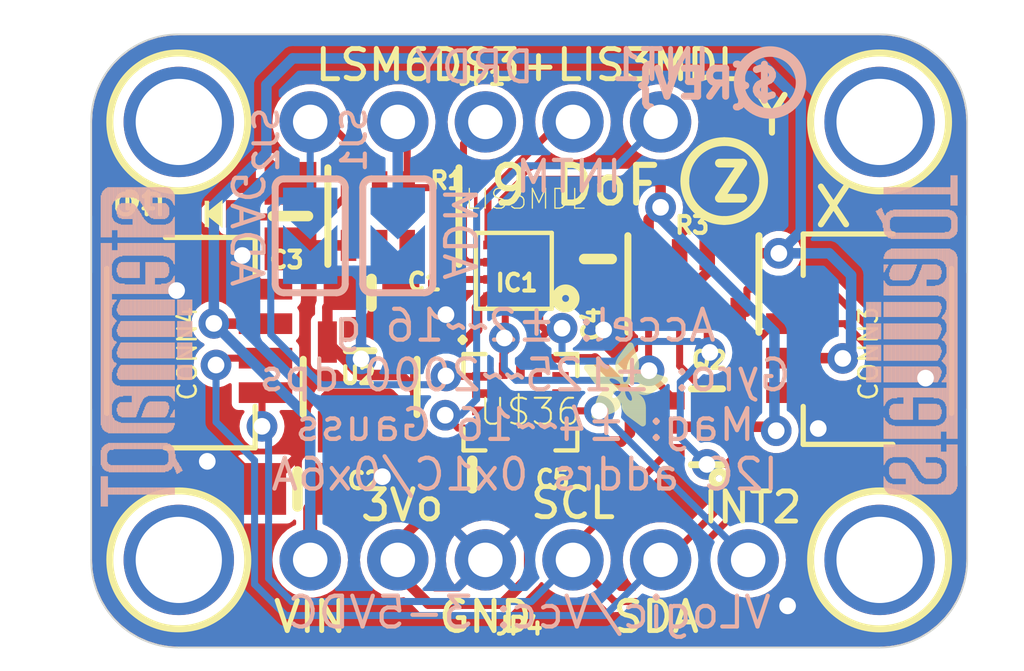
<source format=kicad_pcb>
(kicad_pcb (version 20221018) (generator pcbnew)
  (layers (0 "F.Cu" signal) (31 "B.Cu" signal) (34 "B.Paste" user) (35 "F.Paste" user) (36 "B.SilkS" user "B.Silkscreen") (37 "F.SilkS" user "F.Silkscreen") (38 "B.Mask" user) (39 "F.Mask" user) (44 "Edge.Cuts" user))
  (net 0 "")
  (net 1 "GND")
  (net 2 "3.3V")
  (net 3 "VCC")
  (net 4 "N$1")
  (net 5 "SDA_3V")
  (net 6 "SCL_3V")
  (net 7 "SCL")
  (net 8 "SDA")
  (net 9 "INTM")
  (net 10 "DRDY")
  (net 11 "CAP")
  (net 12 "INT1")
  (net 13 "ADM")
  (net 14 "ADAG")
  (net 15 "INT2")
  (footprint "working:0603-NO" (layer "F.Cu") (at 150.495 102.6287 -90)
    (fp_text reference "C4")
    (fp_text value "0.1uF")
  )
  (footprint "working:1X05_ROUND_70" (layer "F.Cu") (at 147.2311 98.6536)
    (fp_text reference "JP1")
    (fp_text value "")
  )
  (footprint "working:CHIPLED_0603_NOOUTLINE" (layer "F.Cu") (at 139.3571 101.3206 90)
    (fp_text reference "D1")
    (fp_text value "GREEN")
  )
  (footprint "working:0603-NO" (layer "F.Cu") (at 146.8501 108.8771)
    (fp_text reference "C5")
    (fp_text value "1uF")
  )
  (footprint "working:SOT23-5" (layer "F.Cu") (at 143.5989 106.3371)
    (fp_text reference "U2")
    (fp_text value "AP2112K-3.3")
  )
  (footprint "working:RESPACK_4X0603" (layer "F.Cu") (at 153.2636 103.3526 180)
    (fp_text reference "R3")
    (fp_text value "10K")
  )
  (footprint "working:FIDUCIAL_1MM" (layer "F.Cu") (at 160.0581 104.013)
    (fp_text reference "FID4" hide)
    (fp_text value "FIDUCIAL_1MM" hide)
  )
  (footprint "working:SOT363" (layer "F.Cu") (at 153.6573 107.4928 90)
    (fp_text reference "Q2")
    (fp_text value "BSS138")
  )
  (footprint "working:JST_SH4" (layer "F.Cu") (at 138.3411 105.0036 -90)
    (fp_text reference "CONN4")
    (fp_text value "STEMMA_I2C_QT" hide)
  )
  (footprint "working:LGA-14L" (layer "F.Cu") (at 148.2471 106.7816)
    (fp_text reference "U$36")
    (fp_text value "LSM6DS3")
  )
  (footprint "working:LGA12_2X2MM" (layer "F.Cu") (at 148.0566 102.9716 180)
    (fp_text reference "IC1")
    (fp_text value "LIS3MDL")
  )
  (footprint "working:0805-NO" (layer "F.Cu") (at 141.5796 101.3841 90)
    (fp_text reference "C3")
    (fp_text value "10uF")
  )
  (footprint "working:MOUNTINGHOLE_2.5_PLATED" (layer "F.Cu") (at 158.6611 98.6536)
    (fp_text reference "U$17" hide)
    (fp_text value "MOUNTINGHOLE2.5" hide)
  )
  (footprint "working:MOUNTINGHOLE_2.5_PLATED" (layer "F.Cu") (at 138.3411 111.3536)
    (fp_text reference "U$19" hide)
    (fp_text value "MOUNTINGHOLE2.5" hide)
  )
  (footprint "working:ADAFRUIT_2.5MM" (layer "F.Cu") (at 150.0886 107.4801)
    (fp_text reference "U$20" hide)
    (fp_text value "" hide)
  )
  (footprint "working:1X06_ROUND_70" (layer "F.Cu") (at 148.5011 111.3536)
    (fp_text reference "JP4")
    (fp_text value "")
  )
  (footprint "working:0805-NO" (layer "F.Cu") (at 141.7828 109.2962 180)
    (fp_text reference "C2")
    (fp_text value "10uF")
  )
  (footprint "working:0603-NO" (layer "F.Cu") (at 143.9291 103.6066)
    (fp_text reference "C1")
    (fp_text value "0.1uF")
  )
  (footprint "working:MOUNTINGHOLE_2.5_PLATED" (layer "F.Cu") (at 138.3411 98.6536)
    (fp_text reference "U$1" hide)
    (fp_text value "MOUNTINGHOLE2.5" hide)
  )
  (footprint "working:MOUNTINGHOLE_2.5_PLATED" (layer "F.Cu") (at 158.6611 111.3536)
    (fp_text reference "U$21" hide)
    (fp_text value "MOUNTINGHOLE2.5" hide)
  )
  (footprint "working:JST_SH4" (layer "F.Cu") (at 158.6611 105.0036 90)
    (fp_text reference "CONN3")
    (fp_text value "STEMMA_I2C_QT" hide)
  )
  (footprint "working:FIDUCIAL_1MM" (layer "F.Cu") (at 137.4521 105.0036)
    (fp_text reference "FID3" hide)
    (fp_text value "FIDUCIAL_1MM" hide)
  )
  (footprint "working:RESPACK_4X0603" (layer "F.Cu") (at 144.5641 101.3841)
    (fp_text reference "R1")
    (fp_text value "10K")
  )
  (footprint "working:SOLDERJUMPER_ARROW_NOPASTE" (layer "B.Cu") (at 142.1511 101.9556 -90)
    (fp_text reference "SJ2")
    (fp_text value "")
  )
  (footprint "working:PCBFEAT-REV-040" (layer "B.Cu") (at 155.4861 97.5106 180)
    (fp_text reference "U$25" hide)
    (fp_text value "" hide)
  )
  (footprint "working:SOLDERJUMPER_ARROW_NOPASTE" (layer "B.Cu") (at 144.6911 101.9556 -90)
    (fp_text reference "SJ1")
    (fp_text value "")
  )
  (footprint "working:STEMMAQT" (layer "B.Cu") (at 138.7221 100.5586 -90)
    (fp_text reference "U$31" hide)
    (fp_text value "" hide)
  )
  (footprint "working:STEMMAQT" (layer "B.Cu") (at 158.2801 109.4486 90)
    (fp_text reference "U$30" hide)
    (fp_text value "" hide)
  )
  (gr_arc (start 154.1566 101.5121) (mid 153.348377 101.177323) (end 153.0136 100.3691) (stroke (width 0.254)) (layer "F.SilkS"))
  (gr_arc (start 154.1566 99.2261) (mid 154.970688 99.555014) (end 155.2996 100.369102) (stroke (width 0.254)) (layer "F.SilkS"))
  (gr_arc (start 155.2996 100.3691) (mid 154.964823 101.177323) (end 154.1566 101.5121) (stroke (width 0.254)) (layer "F.SilkS"))
  (gr_arc (start 153.0136 100.3691) (mid 153.348377 99.560877) (end 154.1566 99.2261) (stroke (width 0.254)) (layer "F.SilkS"))
  (gr_line (start 158.6611 96.1136) (end 138.3411 96.1136) (stroke (width 0.05)) (layer "Edge.Cuts"))
  (gr_arc (start 135.8011 98.6536) (mid 136.545049 96.857549) (end 138.3411 96.1136) (stroke (width 0.05)) (layer "Edge.Cuts"))
  (gr_line (start 161.2011 111.3536) (end 161.2011 98.6536) (stroke (width 0.05)) (layer "Edge.Cuts"))
  (gr_arc (start 138.3411 113.8936) (mid 136.545049 113.149651) (end 135.8011 111.3536) (stroke (width 0.05)) (layer "Edge.Cuts"))
  (gr_line (start 135.8011 98.6536) (end 135.8011 111.3536) (stroke (width 0.05)) (layer "Edge.Cuts"))
  (gr_line (start 138.3411 113.8936) (end 158.6611 113.8936) (stroke (width 0.05)) (layer "Edge.Cuts"))
  (gr_arc (start 158.6611 96.1136) (mid 160.457151 96.857549) (end 161.2011 98.6536) (stroke (width 0.05)) (layer "Edge.Cuts"))
  (gr_arc (start 161.2011 111.3536) (mid 160.457151 113.149651) (end 158.6611 113.8936) (stroke (width 0.05)) (layer "Edge.Cuts"))
  (gr_text "VLogic/Vcc: 3-5VDC" (at 148.5011 112.8776) (layer "B.SilkS") (effects (font (size 0.89408 0.89408) (thickness 0.12192)) (justify mirror)))
  (gr_text "INTM" (at 149.6441 100.2411) (layer "B.SilkS") (effects (font (size 0.89408 0.89408) (thickness 0.12192)) (justify mirror)))
  (gr_text "ADM" (at 146.4691 101.8921 -90) (layer "B.SilkS") (effects (font (size 0.89408 0.89408) (thickness 0.12192)) (justify mirror)))
  (gr_text "Accel: ±2~~16 g\nGyro: ±125~~2000 dps\nMag: ±4~~16 Gauss\nI2C addrs 0x1C/0x6A" (at 148.3741 106.7181) (layer "B.SilkS") (effects (font (size 0.89408 0.89408) (thickness 0.12192)) (justify mirror)))
  (gr_text "INT1" (at 152.3111 97.0026) (layer "B.SilkS") (effects (font (size 0.87376 0.87376) (thickness 0.14224)) (justify mirror)))
  (gr_text "ADAG" (at 140.3096 101.7651 -90) (layer "B.SilkS") (effects (font (size 0.89408 0.89408) (thickness 0.12192)) (justify mirror)))
  (gr_text "DRDY" (at 146.9136 97.0661) (layer "B.SilkS") (effects (font (size 0.89408 0.89408) (thickness 0.12192)) (justify mirror)))
  (gr_text "INT2" (at 154.9781 109.8296) (layer "F.SilkS") (effects (font (size 0.87376 0.87376) (thickness 0.14224))))
  (gr_text "GND" (at 147.2311 113.0046) (layer "F.SilkS") (effects (font (size 0.87376 0.87376) (thickness 0.14224))))
  (gr_text "Y" (at 156.1251 97.8291) (layer "F.SilkS") (effects (font (size 1.0922 1.0922) (thickness 0.1778)) (justify right top)))
  (gr_text "Z" (at 153.7041 101.0021) (layer "F.SilkS") (effects (font (size 1.016 1.016) (thickness 0.254)) (justify left bottom)))
  (gr_text "9 DoF" (at 149.8346 100.4951) (layer "F.SilkS") (effects (font (size 1.0922 1.0922) (thickness 0.1778))))
  (gr_text "on" (at 136.3091 101.4476) (layer "F.SilkS") (effects (font (size 0.89408 0.89408) (thickness 0.12192)) (justify left bottom)))
  (gr_text "X" (at 156.6886 101.7641) (layer "F.SilkS") (effects (font (size 1.0922 1.0922) (thickness 0.1778)) (justify left bottom)))
  (gr_text "3Vo" (at 144.8181 109.7661) (layer "F.SilkS") (effects (font (size 0.87376 0.87376) (thickness 0.14224))))
  (gr_text "SCL" (at 149.7711 109.7026) (layer "F.SilkS") (effects (font (size 0.87376 0.87376) (thickness 0.14224))))
  (gr_text "SDA" (at 152.1841 113.0046) (layer "F.SilkS") (effects (font (size 0.87376 0.87376) (thickness 0.14224))))
  (gr_text "VIN" (at 142.1511 113.0046) (layer "F.SilkS") (effects (font (size 0.87376 0.87376) (thickness 0.14224))))
  (gr_text "LSM6DS3+LIS3MDL" (at 148.5011 97.0026) (layer "F.SilkS") (effects (font (size 0.87376 0.87376) (thickness 0.14224))))
  (segment (start 144.9641 102.2341) (end 144.9641 103.6066) (width 0.2032) (layer "F.Cu") (net 1))
  (segment (start 143.6576 108.9406) (end 144.2466 108.9406) (width 0.2032) (layer "F.Cu") (net 1))
  (segment (start 139.627181 100.4341) (end 141.5796 100.4341) (width 0.3048) (layer "F.Cu") (net 1))
  (segment (start 139.239281 100.822) (end 139.627181 100.4341) (width 0.3048) (layer "F.Cu") (net 1))
  (segment (start 138.6071 101.3206) (end 139.1057 100.822) (width 0.3048) (layer "F.Cu") (net 1))
  (segment (start 144.9641 103.6066) (end 144.7791 103.6066) (width 0.2032) (layer "F.Cu") (net 1))
  (segment (start 143.5989 107.6372) (end 143.5989 108.2414) (width 0.2032) (layer "F.Cu") (net 1))
  (segment (start 143.6576 108.2414) (end 143.6576 108.9406) (width 0.2032) (layer "F.Cu") (net 1))
  (segment (start 139.1057 100.822) (end 139.239281 100.822) (width 0.3048) (layer "F.Cu") (net 1))
  (segment (start 143.5989 108.2414) (end 143.6576 108.2414) (width 0.2032) (layer "F.Cu") (net 1))
  (via (at 159.9946 106.0831) (size 0.889) (drill 0.4826) (layers "F.Cu" "B.Cu") (net 1))
  (via (at 146.0881 104.2416) (size 0.889) (drill 0.4826) (layers "F.Cu" "B.Cu") (net 1))
  (via (at 150.6601 104.6861) (size 0.889) (drill 0.4826) (layers "F.Cu" "B.Cu") (net 1))
  (via (at 140.1826 102.5271) (size 0.889) (drill 0.4826) (layers "F.Cu" "B.Cu") (net 1))
  (via (at 144.2466 108.9406) (size 0.889) (drill 0.4826) (layers "F.Cu" "B.Cu") (net 1))
  (via (at 139.1666 108.4961) (size 0.889) (drill 0.4826) (layers "F.Cu" "B.Cu") (net 1))
  (via (at 155.9941 112.6871) (size 0.889) (drill 0.4826) (layers "F.Cu" "B.Cu") (net 1))
  (via (at 138.2776 103.5431) (size 0.889) (drill 0.4826) (layers "F.Cu" "B.Cu") (net 1))
  (via (at 156.8831 107.5436) (size 0.889) (drill 0.4826) (layers "F.Cu" "B.Cu") (net 1))
  (segment (start 148.7471 105.785182) (end 149.020681 105.5116) (width 0.254) (layer "F.Cu") (net 2))
  (segment (start 146.0001 108.8771) (end 145.2975 108.8771) (width 0.3048) (layer "F.Cu") (net 2))
  (segment (start 145.5801 112.6236) (end 144.6911 111.7346) (width 0.3048) (layer "F.Cu") (net 2))
  (segment (start 145.1991 110.3376) (end 144.6911 110.8456) (width 0.3048) (layer "F.Cu") (net 2))
  (segment (start 147.721231 112.6236) (end 145.5801 112.6236) (width 0.3048) (layer "F.Cu") (net 2))
  (segment (start 151.4221 106.5276) (end 151.626512 106.732013) (width 0.3048) (layer "F.Cu") (net 2))
  (segment (start 144.7546 105.9926) (end 145.1991 106.4371) (width 0.3048) (layer "F.Cu") (net 2))
  (segment (start 146.9891 104.0391) (end 146.9891 104.6741) (width 0.3048) (layer "F.Cu") (net 2))
  (segment (start 150.4061 105.5116) (end 151.4221 106.5276) (width 0.3048) (layer "F.Cu") (net 2))
  (segment (start 148.5011 110.4646) (end 148.5011 111.843732) (width 0.3048) (layer "F.Cu") (net 2))
  (segment (start 144.6911 110.8456) (end 144.6911 111.3536) (width 0.3048) (layer "F.Cu") (net 2))
  (segment (start 150.2791 107.9246) (end 150.2791 108.6866) (width 0.3048) (layer "F.Cu") (net 2))
  (segment (start 143.2641 102.2341) (end 142.7226 102.2341) (width 0.3048) (layer "F.Cu") (net 2))
  (segment (start 151.1681 107.9246) (end 150.2791 107.9246) (width 0.3048) (layer "F.Cu") (net 2))
  (segment (start 155.5496 107.4928) (end 155.6639 107.6071) (width 0.3048) (layer "F.Cu") (net 2))
  (segment (start 151.9636 102.5026) (end 151.9636 103.0051) (width 0.3048) (layer "F.Cu") (net 2))
  (segment (start 151.626512 106.7435) (end 152.375812 107.4928) (width 0.3048) (layer "F.Cu") (net 2))
  (segment (start 144.6911 111.7346) (end 144.6911 111.3536) (width 0.3048) (layer "F.Cu") (net 2))
  (segment (start 150.2791 108.6866) (end 148.5011 110.4646) (width 0.3048) (layer "F.Cu") (net 2))
  (segment (start 143.6045 105.9926) (end 144.7546 105.9926) (width 0.3048) (layer "F.Cu") (net 2))
  (segment (start 151.9636 101.4776) (end 151.9636 102.5026) (width 0.3048) (layer "F.Cu") (net 2))
  (segment (start 151.4221 107.6706) (end 151.4221 106.5276) (width 0.3048) (layer "F.Cu") (net 2))
  (segment (start 142.6489 105.037) (end 142.6489 104.0368) (width 0.3048) (layer "F.Cu") (net 2))
  (segment (start 147.3066 103.7216) (end 146.9891 104.0391) (width 0.3048) (layer "F.Cu") (net 2))
  (segment (start 154.5573 107.4928) (end 155.5496 107.4928) (width 0.3048) (layer "F.Cu") (net 2))
  (segment (start 152.3111 101.1301) (end 152.3111 100.3681) (width 0.3048) (layer "F.Cu") (net 2))
  (segment (start 147.7471 107.6941) (end 147.7471 108.0215) (width 0.3048) (layer "F.Cu") (net 2))
  (segment (start 145.8334 105.1186) (end 145.1991 105.7529) (width 0.3048) (layer "F.Cu") (net 2))
  (segment (start 142.7226 102.2341) (end 141.4796 102.2341) (width 0.3048) (layer "F.Cu") (net 2))
  (segment (start 145.234 108.8136) (end 145.234 108.0215) (width 0.3048) (layer "F.Cu") (net 2))
  (segment (start 146.9891 104.6741) (end 146.5446 105.1186) (width 0.3048) (layer "F.Cu") (net 2))
  (segment (start 149.020681 105.5116) (end 150.4061 105.5116) (width 0.254) (layer "F.Cu") (net 2))
  (segment (start 142.7226 103.2501) (end 143.0791 103.6066) (width 0.3048) (layer "F.Cu") (net 2))
  (segment (start 142.6489 105.037) (end 143.6045 105.9926) (width 0.3048) (layer "F.Cu") (net 2))
  (segment (start 145.2975 108.8771) (end 145.234 108.8136) (width 0.3048) (layer "F.Cu") (net 2))
  (segment (start 148.3066 102.2216) (end 148.3066 100.8166) (width 0.3048) (layer "F.Cu") (net 2))
  (segment (start 145.234 110.3027) (end 145.234 108.8136) (width 0.3048) (layer "F.Cu") (net 2))
  (segment (start 143.6262 105.5243) (end 143.6262 105.9709) (width 0.3048) (layer "F.Cu") (net 2))
  (segment (start 151.9636 103.0051) (end 152.3111 103.3526) (width 0.3048) (layer "F.Cu") (net 2))
  (segment (start 146.5446 105.1186) (end 145.8334 105.1186) (width 0.3048) (layer "F.Cu") (net 2))
  (segment (start 148.5011 111.843732) (end 147.721231 112.6236) (width 0.3048) (layer "F.Cu") (net 2))
  (segment (start 152.3111 101.1301) (end 151.9636 101.4776) (width 0.3048) (layer "F.Cu") (net 2))
  (segment (start 151.626512 106.732013) (end 151.626512 106.7435) (width 0.3048) (layer "F.Cu") (net 2))
  (segment (start 143.6262 105.9709) (end 143.6045 105.9926) (width 0.3048) (layer "F.Cu") (net 2))
  (segment (start 141.5796 102.3341) (end 141.4796 102.2341) (width 0.3048) (layer "F.Cu") (net 2))
  (segment (start 152.3111 100.3681) (end 148.7551 100.3681) (width 0.3048) (layer "F.Cu") (net 2))
  (segment (start 142.7226 102.2341) (end 142.7226 103.2501) (width 0.3048) (layer "F.Cu") (net 2))
  (segment (start 148.7551 100.3681) (end 148.3066 100.8166) (width 0.3048) (layer "F.Cu") (net 2))
  (segment (start 145.1991 105.7529) (end 145.1991 106.4371) (width 0.3048) (layer "F.Cu") (net 2))
  (segment (start 152.7573 107.4928) (end 154.5573 107.4928) (width 0.3048) (layer "F.Cu") (net 2))
  (segment (start 145.234 108.0215) (end 147.7471 108.0215) (width 0.3048) (layer "F.Cu") (net 2))
  (segment (start 149.4096 107.5316) (end 149.8861 107.5316) (width 0.3048) (layer "F.Cu") (net 2))
  (segment (start 149.8861 107.5316) (end 150.2791 107.9246) (width 0.3048) (layer "F.Cu") (net 2))
  (segment (start 152.3111 103.3526) (end 153.3271 103.3526) (width 0.3048) (layer "F.Cu") (net 2))
  (segment (start 142.6489 104.0368) (end 143.0791 103.6066) (width 0.3048) (layer "F.Cu") (net 2))
  (segment (start 151.1681 107.9246) (end 151.4221 107.6706) (width 0.3048) (layer "F.Cu") (net 2))
  (segment (start 148.7471 105.8691) (end 148.7471 105.785182) (width 0.254) (layer "F.Cu") (net 2))
  (segment (start 148.3066 102.2216) (end 147.8066 102.2216) (width 0.3048) (layer "F.Cu") (net 2))
  (segment (start 153.6636 103.0161) (end 153.6636 102.5026) (width 0.3048) (layer "F.Cu") (net 2))
  (segment (start 145.1991 106.4371) (end 145.1991 110.3376) (width 0.3048) (layer "F.Cu") (net 2))
  (segment (start 145.1991 110.3376) (end 145.234 110.3027) (width 0.3048) (layer "F.Cu") (net 2))
  (segment (start 152.7573 107.4928) (end 152.375812 107.4928) (width 0.3048) (layer "F.Cu") (net 2))
  (segment (start 153.3271 103.3526) (end 153.6636 103.0161) (width 0.3048) (layer "F.Cu") (net 2))
  (via (at 152.3111 101.1301) (size 0.889) (drill 0.4826) (layers "F.Cu" "B.Cu") (net 2))
  (via (at 143.6262 105.5243) (size 0.889) (drill 0.4826) (layers "F.Cu" "B.Cu") (net 2))
  (via (at 155.6639 107.6071) (size 0.889) (drill 0.4826) (layers "F.Cu" "B.Cu") (net 2))
  (segment (start 143.4211 102.9716) (end 144.6911 102.9716) (width 0.3048) (layer "B.Cu") (net 2))
  (segment (start 155.6639 107.6071) (end 155.6131 107.5563) (width 0.3048) (layer "B.Cu") (net 2))
  (segment (start 152.3111 101.4476) (end 152.3111 101.1301) (width 0.3048) (layer "B.Cu") (net 2))
  (segment (start 142.1511 102.9716) (end 143.4211 102.9716) (width 0.3048) (layer "B.Cu") (net 2))
  (segment (start 155.6131 107.5563) (end 155.6131 104.7496) (width 0.3048) (layer "B.Cu") (net 2))
  (segment (start 143.4211 102.9716) (end 143.6262 103.1767) (width 0.3048) (layer "B.Cu") (net 2))
  (segment (start 143.6262 103.1767) (end 143.6262 105.5243) (width 0.3048) (layer "B.Cu") (net 2))
  (segment (start 155.6131 104.7496) (end 152.3111 101.4476) (width 0.3048) (layer "B.Cu") (net 2))
  (segment (start 153.2636 101.5111) (end 154.3431 101.5111) (width 0.3048) (layer "F.Cu") (net 3))
  (segment (start 142.6489 106.6648) (end 142.6489 107.6372) (width 0.4064) (layer "F.Cu") (net 3))
  (segment (start 154.3431 101.5111) (end 154.5636 101.7316) (width 0.3048) (layer "F.Cu") (net 3))
  (segment (start 142.1511 109.8779) (end 142.7328 109.2962) (width 0.4064) (layer "F.Cu") (net 3))
  (segment (start 142.1511 111.3536) (end 142.1511 109.8779) (width 0.4064) (layer "F.Cu") (net 3))
  (segment (start 142.7328 107.7211) (end 142.7328 109.2962) (width 0.4064) (layer "F.Cu") (net 3))
  (segment (start 154.5636 101.7316) (end 154.5636 102.5026) (width 0.3048) (layer "F.Cu") (net 3))
  (segment (start 140.8551 104.5036) (end 139.3651 104.5036) (width 0.3048) (layer "F.Cu") (net 3))
  (segment (start 154.5636 102.5026) (end 154.6026 102.4636) (width 0.3048) (layer "F.Cu") (net 3))
  (segment (start 144.5489 106.7029) (end 144.4371 106.5911) (width 0.4064) (layer "F.Cu") (net 3))
  (segment (start 156.1471 105.5036) (end 157.5863 105.5036) (width 0.3048) (layer "F.Cu") (net 3))
  (segment (start 154.6026 102.4636) (end 155.7401 102.4636) (width 0.3048) (layer "F.Cu") (net 3))
  (segment (start 144.5489 107.6372) (end 144.5489 106.7029) (width 0.4064) (layer "F.Cu") (net 3))
  (segment (start 144.4371 106.5911) (end 142.7226 106.5911) (width 0.4064) (layer "F.Cu") (net 3))
  (segment (start 153.2636 101.5111) (end 152.8636 101.911104) (width 0.3048) (layer "F.Cu") (net 3))
  (segment (start 142.7226 106.5911) (end 142.6489 106.6648) (width 0.4064) (layer "F.Cu") (net 3))
  (segment (start 152.8636 101.911104) (end 152.8636 102.5026) (width 0.3048) (layer "F.Cu") (net 3))
  (segment (start 139.3651 104.5036) (end 139.3571 104.4956) (width 0.3048) (layer "F.Cu") (net 3))
  (segment (start 157.5863 105.5036) (end 157.5943 105.5116) (width 0.3048) (layer "F.Cu") (net 3))
  (segment (start 142.6489 107.6372) (end 142.7328 107.7211) (width 0.4064) (layer "F.Cu") (net 3))
  (via (at 139.3571 104.4956) (size 0.889) (drill 0.4826) (layers "F.Cu" "B.Cu") (net 3))
  (via (at 155.7401 102.4636) (size 0.889) (drill 0.4826) (layers "F.Cu" "B.Cu") (net 3))
  (via (at 157.5943 105.5116) (size 0.889) (drill 0.4826) (layers "F.Cu" "B.Cu") (net 3))
  (segment (start 157.8356 105.5116) (end 157.8356 103.0986) (width 0.3048) (layer "B.Cu") (net 3))
  (segment (start 157.2006 102.4636) (end 157.8356 103.0986) (width 0.3048) (layer "B.Cu") (net 3))
  (segment (start 140.8811 99.5426) (end 140.8811 97.5741) (width 0.3048) (layer "B.Cu") (net 3))
  (segment (start 155.1051 96.8121) (end 156.3751 98.0821) (width 0.3048) (layer "B.Cu") (net 3))
  (segment (start 141.6431 96.8121) (end 155.1051 96.8121) (width 0.3048) (layer "B.Cu") (net 3))
  (segment (start 156.3751 98.0821) (end 156.3751 101.8286) (width 0.3048) (layer "B.Cu") (net 3))
  (segment (start 156.3751 101.8286) (end 155.7401 102.4636) (width 0.3048) (layer "B.Cu") (net 3))
  (segment (start 155.7401 102.4636) (end 157.2006 102.4636) (width 0.3048) (layer "B.Cu") (net 3))
  (segment (start 139.3571 104.4956) (end 142.1511 107.2896) (width 0.3048) (layer "B.Cu") (net 3))
  (segment (start 142.1511 107.2896) (end 142.1511 111.3536) (width 0.3048) (layer "B.Cu") (net 3))
  (segment (start 139.3571 104.4956) (end 139.3571 101.0666) (width 0.3048) (layer "B.Cu") (net 3))
  (segment (start 140.8811 99.5426) (end 139.3571 101.0666) (width 0.3048) (layer "B.Cu") (net 3))
  (segment (start 140.8811 97.5741) (end 141.6431 96.8121) (width 0.3048) (layer "B.Cu") (net 3))
  (segment (start 157.5943 105.5116) (end 157.8356 105.5116) (width 0.3048) (layer "B.Cu") (net 3))
  (segment (start 142.5794 101.4093) (end 140.1958 101.4093) (width 0.2032) (layer "F.Cu") (net 4))
  (segment (start 143.2641 100.7246) (end 142.5794 101.4093) (width 0.2032) (layer "F.Cu") (net 4))
  (segment (start 143.2641 100.7246) (end 143.2641 100.5341) (width 0.2032) (layer "F.Cu") (net 4))
  (segment (start 140.1071 101.3206) (end 140.1958 101.4093) (width 0.2032) (layer "F.Cu") (net 4))
  (segment (start 148.1201 105.0036) (end 148.034762 104.918263) (width 0.2032) (layer "F.Cu") (net 5))
  (segment (start 147.7391 105.8611) (end 147.7471 105.8691) (width 0.2032) (layer "F.Cu") (net 5))
  (segment (start 151.976106 105.8672) (end 151.976106 105.961607) (width 0.2032) (layer "F.Cu") (net 5))
  (segment (start 147.8066 105.3171) (end 147.7391 105.3846) (width 0.2032) (layer "F.Cu") (net 5))
  (segment (start 147.8066 103.7216) (end 147.8066 105.3171) (width 0.2032) (layer "F.Cu") (net 5))
  (segment (start 152.7573 106.7428) (end 151.976106 105.961607) (width 0.2032) (layer "F.Cu") (net 5))
  (segment (start 151.976106 105.8672) (end 151.9636 105.854694) (width 0.2032) (layer "F.Cu") (net 5))
  (segment (start 148.034762 104.918263) (end 147.780762 104.918263) (width 0.2032) (layer "F.Cu") (net 5))
  (segment (start 151.9636 104.2026) (end 151.9636 105.854694) (width 0.2032) (layer "F.Cu") (net 5))
  (segment (start 147.7391 105.3846) (end 147.7391 105.8611) (width 0.2032) (layer "F.Cu") (net 5))
  (segment (start 148.1201 105.0036) (end 147.8066 105.3171) (width 0.2032) (layer "F.Cu") (net 5))
  (via (at 151.976106 105.8672) (size 0.889) (drill 0.4826) (layers "F.Cu" "B.Cu") (net 5))
  (via (at 147.780762 104.918263) (size 0.889) (drill 0.4826) (layers "F.Cu" "B.Cu") (net 5))
  (segment (start 147.780762 105.807263) (end 148.1201 106.1466) (width 0.2032) (layer "B.Cu") (net 5))
  (segment (start 151.976106 106.1466) (end 151.976106 105.8672) (width 0.2032) (layer "B.Cu") (net 5))
  (segment (start 147.780762 104.918263) (end 147.780762 105.807263) (width 0.2032) (layer "B.Cu") (net 5))
  (segment (start 148.1201 106.1466) (end 151.976106 106.1466) (width 0.2032) (layer "B.Cu") (net 5))
  (segment (start 148.8066 103.7216) (end 148.8066 104.5231) (width 0.2032) (layer "F.Cu") (net 6))
  (segment (start 148.2471 105.5116) (end 148.2471 105.8691) (width 0.2032) (layer "F.Cu") (net 6))
  (segment (start 154.2151 108.585) (end 153.655 108.585) (width 0.2032) (layer "F.Cu") (net 6))
  (segment (start 154.5573 108.2428) (end 154.2151 108.585) (width 0.2032) (layer "F.Cu") (net 6))
  (segment (start 153.7399 105.3371) (end 153.6636 105.2608) (width 0.2032) (layer "F.Cu") (net 6))
  (segment (start 149.3513 104.7376) (end 149.0211 104.7376) (width 0.2032) (layer "F.Cu") (net 6))
  (segment (start 149.3513 104.7376) (end 149.4536 104.6353) (width 0.2032) (layer "F.Cu") (net 6))
  (segment (start 149.0211 104.7376) (end 148.2471 105.5116) (width 0.2032) (layer "F.Cu") (net 6))
  (segment (start 148.8066 104.5231) (end 149.0211 104.7376) (width 0.2032) (layer "F.Cu") (net 6))
  (segment (start 153.6636 104.2026) (end 153.6636 105.2608) (width 0.2032) (layer "F.Cu") (net 6))
  (via (at 153.655 108.585) (size 0.889) (drill 0.4826) (layers "F.Cu" "B.Cu") (net 6))
  (via (at 149.4536 104.6353) (size 0.889) (drill 0.4826) (layers "F.Cu" "B.Cu") (net 6))
  (via (at 153.7399 105.3371) (size 0.889) (drill 0.4826) (layers "F.Cu" "B.Cu") (net 6))
  (segment (start 153.4224 105.0196) (end 151.5809 105.0196) (width 0.2032) (layer "B.Cu") (net 6))
  (segment (start 152.8826 106.1944) (end 153.7399 105.3371) (width 0.2032) (layer "B.Cu") (net 6))
  (segment (start 151.5809 105.0196) (end 151.0094 105.5911) (width 0.2032) (layer "B.Cu") (net 6))
  (segment (start 151.0094 105.5911) (end 149.6474 105.5911) (width 0.2032) (layer "B.Cu") (net 6))
  (segment (start 149.4536 105.3973) (end 149.4536 104.6353) (width 0.2032) (layer "B.Cu") (net 6))
  (segment (start 152.8826 107.8126) (end 152.8826 106.1944) (width 0.2032) (layer "B.Cu") (net 6))
  (segment (start 153.655 108.585) (end 152.8826 107.8126) (width 0.2032) (layer "B.Cu") (net 6))
  (segment (start 153.7399 105.3371) (end 153.4224 105.0196) (width 0.2032) (layer "B.Cu") (net 6))
  (segment (start 149.6474 105.5911) (end 149.4536 105.3973) (width 0.2032) (layer "B.Cu") (net 6))
  (segment (start 152.7573 108.2428) (end 152.5009 108.2428) (width 0.2032) (layer "F.Cu") (net 7))
  (segment (start 153.5811 110.88015) (end 153.5811 111.82705) (width 0.2032) (layer "F.Cu") (net 7))
  (segment (start 140.8551 106.5036) (end 140.7541 106.6046) (width 0.2032) (layer "F.Cu") (net 7))
  (segment (start 154.5636 104.2026) (end 154.8136 104.2026) (width 0.2032) (layer "F.Cu") (net 7))
  (segment (start 154.8136 103.5036) (end 154.8136 104.2026) (width 0.2032) (layer "F.Cu") (net 7))
  (segment (start 156.1471 103.5036) (end 157.227837 103.5036) (width 0.2032) (layer "F.Cu") (net 7))
  (segment (start 157.227837 103.5036) (end 158.75 105.025763) (width 0.2032) (layer "F.Cu") (net 7))
  (segment (start 149.7711 111.3536) (end 149.7711 110.9726) (width 0.2032) (layer "F.Cu") (net 7))
  (segment (start 158.75 107.394438) (end 156.035437 110.109) (width 0.2032) (layer "F.Cu") (net 7))
  (segment (start 154.35225 110.109) (end 153.5811 110.88015) (width 0.2032) (layer "F.Cu") (net 7))
  (segment (start 156.035437 110.109) (end 154.35225 110.109) (width 0.2032) (layer "F.Cu") (net 7))
  (segment (start 154.8136 103.5036) (end 156.1471 103.5036) (width 0.2032) (layer "F.Cu") (net 7))
  (segment (start 158.75 105.025763) (end 158.75 107.394438) (width 0.2032) (layer "F.Cu") (net 7))
  (segment (start 153.5811 111.82705) (end 152.84805 112.5601) (width 0.2032) (layer "F.Cu") (net 7))
  (segment (start 152.5009 108.2428) (end 149.7711 110.9726) (width 0.2032) (layer "F.Cu") (net 7))
  (segment (start 140.7541 106.6046) (end 140.7541 107.4801) (width 0.2032) (layer "F.Cu") (net 7))
  (segment (start 150.9776 112.5601) (end 149.7711 111.3536) (width 0.2032) (layer "F.Cu") (net 7))
  (segment (start 152.84805 112.5601) (end 150.9776 112.5601) (width 0.2032) (layer "F.Cu") (net 7))
  (via (at 140.7541 107.4801) (size 0.889) (drill 0.4826) (layers "F.Cu" "B.Cu") (net 7))
  (segment (start 148.5646 112.5601) (end 149.7711 111.3536) (width 0.2032) (layer "B.Cu") (net 7))
  (segment (start 141.61415 112.5601) (end 148.5646 112.5601) (width 0.2032) (layer "B.Cu") (net 7))
  (segment (start 140.7541 107.4801) (end 140.9446 107.6706) (width 0.2032) (layer "B.Cu") (net 7))
  (segment (start 140.9446 111.89055) (end 141.61415 112.5601) (width 0.2032) (layer "B.Cu") (net 7))
  (segment (start 140.9446 107.6706) (end 140.9446 111.89055) (width 0.2032) (layer "B.Cu") (net 7))
  (segment (start 155.0018 105.1069) (end 155.0018 106.2983) (width 0.2032) (layer "F.Cu") (net 8))
  (segment (start 157.6531 104.5036) (end 156.1471 104.5036) (width 0.2032) (layer "F.Cu") (net 8))
  (segment (start 158.3436 107.2261) (end 158.3436 105.1941) (width 0.2032) (layer "F.Cu") (net 8))
  (segment (start 158.3436 105.1941) (end 157.6531 104.5036) (width 0.2032) (layer "F.Cu") (net 8))
  (segment (start 155.0018 106.2983) (end 154.5573 106.7428) (width 0.2032) (layer "F.Cu") (net 8))
  (segment (start 155.8671 109.7026) (end 158.3436 107.2261) (width 0.2032) (layer "F.Cu") (net 8))
  (segment (start 139.6191 105.5036) (end 139.4206 105.7021) (width 0.2032) (layer "F.Cu") (net 8))
  (segment (start 140.8551 105.5036) (end 139.6191 105.5036) (width 0.2032) (layer "F.Cu") (net 8))
  (segment (start 154.1526 109.7026) (end 152.5016 111.3536) (width 0.2032) (layer "F.Cu") (net 8))
  (segment (start 152.8636 104.2026) (end 152.8636 105.72755) (width 0.2032) (layer "F.Cu") (net 8))
  (segment (start 153.87885 106.7428) (end 154.5573 106.7428) (width 0.2032) (layer "F.Cu") (net 8))
  (segment (start 155.6051 104.5036) (end 155.0018 105.1069) (width 0.2032) (layer "F.Cu") (net 8))
  (segment (start 152.8636 105.72755) (end 153.87885 106.7428) (width 0.2032) (layer "F.Cu") (net 8))
  (segment (start 156.1471 104.5036) (end 155.6051 104.5036) (width 0.2032) (layer "F.Cu") (net 8))
  (segment (start 152.3111 111.3536) (end 152.5016 111.3536) (width 0.2032) (layer "F.Cu") (net 8))
  (segment (start 154.1526 109.7026) (end 155.8671 109.7026) (width 0.2032) (layer "F.Cu") (net 8))
  (via (at 139.4206 105.7021) (size 0.889) (drill 0.4826) (layers "F.Cu" "B.Cu") (net 8))
  (segment (start 141.445812 112.9665) (end 150.6982 112.9665) (width 0.2032) (layer "B.Cu") (net 8))
  (segment (start 150.6982 112.9665) (end 152.3111 111.3536) (width 0.2032) (layer "B.Cu") (net 8))
  (segment (start 140.5382 108.4707) (end 140.5382 112.058888) (width 0.2032) (layer "B.Cu") (net 8))
  (segment (start 139.4206 105.7021) (end 139.4206 107.3531) (width 0.2032) (layer "B.Cu") (net 8))
  (segment (start 139.4206 107.3531) (end 140.5382 108.4707) (width 0.2032) (layer "B.Cu") (net 8))
  (segment (start 140.5382 112.058888) (end 141.445812 112.9665) (width 0.2032) (layer "B.Cu") (net 8))
  (segment (start 147.3066 100.7371) (end 149.3901 98.6536) (width 0.2032) (layer "F.Cu") (net 9))
  (segment (start 149.3901 98.6536) (end 149.7711 98.6536) (width 0.2032) (layer "F.Cu") (net 9))
  (segment (start 147.3066 102.2216) (end 147.3066 100.7371) (width 0.2032) (layer "F.Cu") (net 9))
  (segment (start 146.7231 102.7216) (end 146.5961 102.5946) (width 0.2032) (layer "F.Cu") (net 10))
  (segment (start 146.5961 102.5946) (end 146.5961 99.2886) (width 0.2032) (layer "F.Cu") (net 10))
  (segment (start 146.5961 99.2886) (end 147.2311 98.6536) (width 0.2032) (layer "F.Cu") (net 10))
  (segment (start 147.3066 102.7216) (end 146.7231 102.7216) (width 0.2032) (layer "F.Cu") (net 10))
  (segment (start 148.9075 101.7787) (end 150.495 101.7787) (width 0.2032) (layer "F.Cu") (net 11))
  (segment (start 148.8066 102.2216) (end 148.8066 101.8796) (width 0.2032) (layer "F.Cu") (net 11))
  (segment (start 148.9075 101.7787) (end 148.8066 101.8796) (width 0.2032) (layer "F.Cu") (net 11))
  (segment (start 147.0846 107.5316) (end 146.440512 107.5316) (width 0.2032) (layer "F.Cu") (net 12))
  (segment (start 146.440512 107.5316) (end 146.066812 107.1579) (width 0.2032) (layer "F.Cu") (net 12))
  (via (at 146.066812 107.1579) (size 0.889) (drill 0.4826) (layers "F.Cu" "B.Cu") (net 12))
  (segment (start 146.9771 101.1936) (end 148.2471 99.9236) (width 0.2032) (layer "B.Cu") (net 12))
  (segment (start 146.9771 106.692113) (end 146.9771 101.1936) (width 0.2032) (layer "B.Cu") (net 12))
  (segment (start 148.2471 99.9236) (end 151.0411 99.9236) (width 0.2032) (layer "B.Cu") (net 12))
  (segment (start 146.9771 106.692113) (end 146.511312 107.1579) (width 0.2032) (layer "B.Cu") (net 12))
  (segment (start 146.066812 107.1579) (end 146.511312 107.1579) (width 0.2032) (layer "B.Cu") (net 12))
  (segment (start 151.0411 99.9236) (end 152.3111 98.6536) (width 0.2032) (layer "B.Cu") (net 12))
  (segment (start 145.8396 100.5586) (end 144.9641 100.5586) (width 0.2032) (layer "F.Cu") (net 13))
  (segment (start 144.9641 100.5341) (end 144.9641 100.5586) (width 0.2032) (layer "F.Cu") (net 13))
  (segment (start 147.3066 103.2216) (end 146.0841 103.2216) (width 0.2032) (layer "F.Cu") (net 13))
  (segment (start 145.8641 102.2341) (end 145.8641 100.5341) (width 0.2032) (layer "F.Cu") (net 13))
  (segment (start 144.9641 100.5341) (end 144.9641 98.9266) (width 0.2032) (layer "F.Cu") (net 13))
  (segment (start 146.0841 103.2216) (end 145.8641 103.0016) (width 0.2032) (layer "F.Cu") (net 13))
  (segment (start 145.8641 100.5341) (end 145.8396 100.5586) (width 0.2032) (layer "F.Cu") (net 13))
  (segment (start 144.9641 98.9266) (end 144.6911 98.6536) (width 0.2032) (layer "F.Cu") (net 13))
  (segment (start 145.8641 103.0016) (end 145.8641 102.2341) (width 0.2032) (layer "F.Cu") (net 13))
  (segment (start 144.6911 100.9396) (end 144.6911 98.6536) (width 0.3048) (layer "B.Cu") (net 13))
  (segment (start 146.1001 106.0316) (end 146.0881 106.0196) (width 0.2032) (layer "F.Cu") (net 14))
  (segment (start 144.1641 100.1586) (end 142.6591 98.6536) (width 0.2032) (layer "F.Cu") (net 14))
  (segment (start 147.0846 106.0316) (end 146.1001 106.0316) (width 0.2032) (layer "F.Cu") (net 14))
  (segment (start 142.6591 98.6536) (end 142.1511 98.6536) (width 0.2032) (layer "F.Cu") (net 14))
  (segment (start 144.1641 100.5341) (end 144.1641 100.1586) (width 0.2032) (layer "F.Cu") (net 14))
  (via (at 146.0881 106.0196) (size 0.889) (drill 0.4826) (layers "F.Cu" "B.Cu") (net 14))
  (segment (start 142.1511 98.6536) (end 142.1511 100.8126) (width 0.2032) (layer "B.Cu") (net 14))
  (segment (start 142.466637 106.2736) (end 141.0081 104.815063) (width 0.2032) (layer "B.Cu") (net 14))
  (segment (start 142.0241 100.9396) (end 142.1511 100.9396) (width 0.2032) (layer "B.Cu") (net 14))
  (segment (start 142.1511 100.8126) (end 142.0241 100.9396) (width 0.2032) (layer "B.Cu") (net 14))
  (segment (start 141.0081 104.815063) (end 141.0081 101.1936) (width 0.2032) (layer "B.Cu") (net 14))
  (segment (start 145.8341 106.2736) (end 142.466637 106.2736) (width 0.2032) (layer "B.Cu") (net 14))
  (segment (start 141.0081 101.1936) (end 141.2621 100.9396) (width 0.2032) (layer "B.Cu") (net 14))
  (segment (start 146.0881 106.0196) (end 145.8341 106.2736) (width 0.2032) (layer "B.Cu") (net 14))
  (segment (start 141.2621 100.9396) (end 142.0241 100.9396) (width 0.2032) (layer "B.Cu") (net 14))
  (segment (start 149.4096 107.0316) (end 150.5291 107.0316) (width 0.2032) (layer "F.Cu") (net 15))
  (segment (start 150.5291 107.0316) (end 150.5331 107.0356) (width 0.2032) (layer "F.Cu") (net 15))
  (via (at 150.5331 107.0356) (size 0.889) (drill 0.4826) (layers "F.Cu" "B.Cu") (net 15))
  (segment (start 150.5331 107.0356) (end 154.8511 111.3536) (width 0.2032) (layer "B.Cu") (net 15))
  (zone (net 1) (net_name "GND") (layer "F.Cu") (priority 6) (connect_pads (clearance 0.000001)) (min_thickness 0.1016) (fill yes (thermal_gap 0.2532) (thermal_bridge_width 0.2532))
    (polygon (pts (xy 161.3027 113.9952) (xy 135.6995 113.9952) (xy 135.6995 96.012) (xy 161.3027 96.012)))
  )
  (zone (net 1) (net_name "GND") (layer "B.Cu") (priority 6) (connect_pads (clearance 0.000001)) (min_thickness 0.1016) (fill yes (thermal_gap 0.2532) (thermal_bridge_width 0.2532))
    (polygon (pts (xy 161.3027 113.9952) (xy 135.6995 113.9952) (xy 135.6995 96.012) (xy 161.3027 96.012)))
  )
)
</source>
